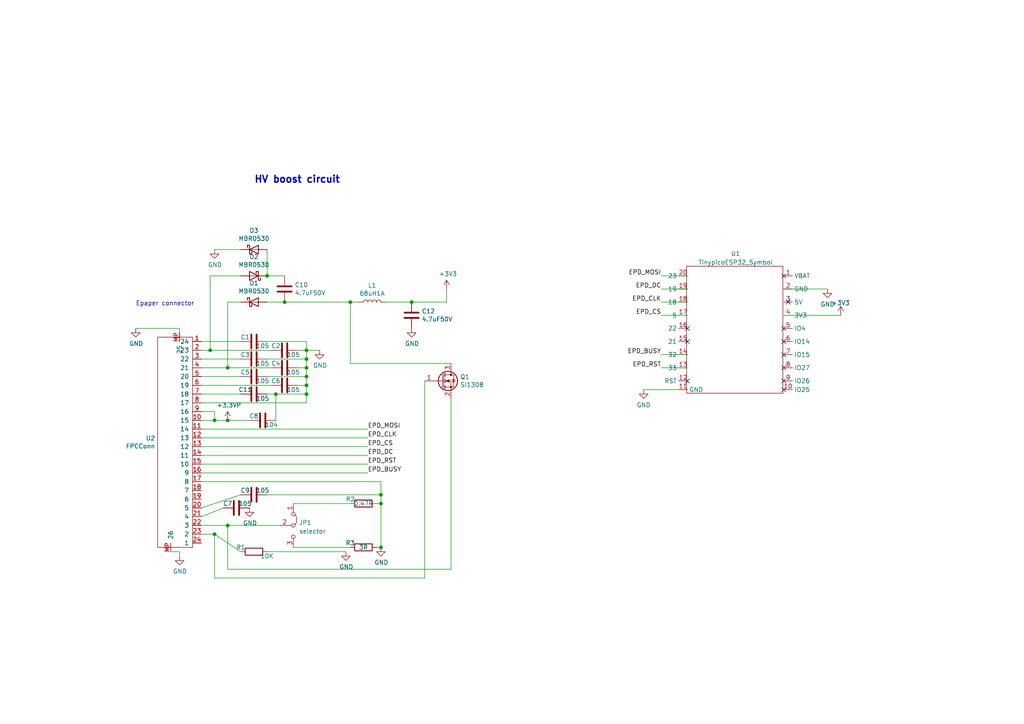
<source format=kicad_sch>
(kicad_sch (version 20211123) (generator eeschema)
  (paper "A4")
  (lib_symbols
    (symbol "Device:C" (pin_numbers hide) (pin_names (offset 0.254))
      (property "Reference" "C" (at 0.635 2.54 0))
      (property "Value" "C" (at 0.635 -2.54 0))
      (symbol "C_0_1"
        (polyline (pts (xy -2.032 -0.762) (xy 2.032 -0.762)) (stroke (width 0.508)))
        (polyline (pts (xy -2.032 0.762) (xy 2.032 0.762)) (stroke (width 0.508)))
      )
      (symbol "C_1_1"
        (pin passive line (at 0 3.81 270) (length 2.794) (name "~") (number "1"))
        (pin passive line (at 0 -3.81 90) (length 2.794) (name "~") (number "2"))
      )
    )
    (symbol "Device:L" (pin_numbers hide) (pin_names (offset 1.016) hide)
      (property "Reference" "L" (at -1.27 0 90))
      (property "Value" "L" (at 1.905 0 90))
      (symbol "L_0_1"
        (arc (start 0 -2.54) (mid 0.635 -1.905) (end 0 -1.27))
        (arc (start 0 -1.27) (mid 0.635 -0.635) (end 0 0))
        (arc (start 0 0) (mid 0.635 0.635) (end 0 1.27))
        (arc (start 0 1.27) (mid 0.635 1.905) (end 0 2.54))
      )
      (symbol "L_1_1"
        (pin passive line (at 0 3.81 270) (length 1.27) (name "1") (number "1"))
        (pin passive line (at 0 -3.81 90) (length 1.27) (name "2") (number "2"))
      )
    )
    (symbol "Device:R" (pin_numbers hide) (pin_names (offset 0))
      (property "Reference" "R" (at 2.032 0 90))
      (property "Value" "R" (at 0 0 90))
      (symbol "R_0_1"
        (rectangle (start -1.016 -2.54) (end 1.016 2.54) (stroke (width 0.254)))
      )
      (symbol "R_1_1"
        (pin passive line (at 0 3.81 270) (length 1.27) (name "~") (number "1"))
        (pin passive line (at 0 -3.81 90) (length 1.27) (name "~") (number "2"))
      )
    )
    (symbol "Diode:MBR0530" (pin_numbers hide) (pin_names (offset 1.016) hide)
      (property "Reference" "D" (at 0 2.54 0))
      (property "Value" "MBR0530" (at 0 -2.54 0))
      (symbol "MBR0530_0_1"
        (polyline (pts (xy 1.27 0) (xy -1.27 0)))
        (polyline (pts (xy 1.27 1.27) (xy 1.27 -1.27) (xy -1.27 0) (xy 1.27 1.27)) (stroke (width 0.254)))
        (polyline (pts (xy -1.905 0.635) (xy -1.905 1.27) (xy -1.27 1.27) (xy -1.27 -1.27) (xy -0.635 -1.27) (xy -0.635 -0.635)) (stroke (width 0.254)))
      )
      (symbol "MBR0530_1_1"
        (pin passive line (at -3.81 0 0) (length 2.54) (name "K") (number "1"))
        (pin passive line (at 3.81 0 180) (length 2.54) (name "A") (number "2"))
      )
    )
    (symbol "Jumper:Jumper_3_Bridged12" (pin_names (offset 0) hide)
      (property "Reference" "JP" (at -2.54 -2.54 0))
      (property "Value" "Jumper_3_Bridged12" (at 0 2.794 0))
      (symbol "Jumper_3_Bridged12_0_0"
        (circle (center -3.302 0) (radius 0.508))
        (circle (center 0 0) (radius 0.508))
        (circle (center 3.302 0) (radius 0.508))
      )
      (symbol "Jumper_3_Bridged12_0_1"
        (arc (start -0.254 0.508) (mid -1.651 0.9912) (end -3.048 0.508))
        (polyline (pts (xy 0 -1.27) (xy 0 -0.508)))
      )
      (symbol "Jumper_3_Bridged12_1_1"
        (pin passive line (at -6.35 0 0) (length 2.54) (name "A") (number "1"))
        (pin passive line (at 0 -3.81 90) (length 2.54) (name "C") (number "2"))
        (pin passive line (at 6.35 0 180) (length 2.54) (name "B") (number "3"))
      )
    )
    (symbol "M5StampC3-rescue:FPCConn-Connector2" (pin_names (offset 1.016))
      (property "Reference" "U" (at 0 0 0))
      (property "Value" "FPCConn-Connector2" (at 0 0 0))
      (symbol "FPCConn-Connector2_0_1"
        (rectangle (start -2.54 -5.08) (end -12.7 55.88))
      )
      (symbol "FPCConn-Connector2_1_1"
        (pin input line (at 0 54.61 180) (length 2.54) (name "24") (number "1"))
        (pin input line (at 0 31.75 180) (length 2.54) (name "15") (number "10"))
        (pin input line (at 0 29.21 180) (length 2.54) (name "14") (number "11"))
        (pin input line (at 0 26.67 180) (length 2.54) (name "13") (number "12"))
        (pin input line (at 0 24.13 180) (length 2.54) (name "12") (number "13"))
        (pin input line (at 0 21.59 180) (length 2.54) (name "11") (number "14"))
        (pin input line (at 0 19.05 180) (length 2.54) (name "10") (number "15"))
        (pin input line (at 0 16.51 180) (length 2.54) (name "9") (number "16"))
        (pin input line (at 0 13.97 180) (length 2.54) (name "8") (number "17"))
        (pin input line (at 0 11.43 180) (length 2.54) (name "7") (number "18"))
        (pin input line (at 0 8.89 180) (length 2.54) (name "6") (number "19"))
        (pin input line (at 0 52.07 180) (length 2.54) (name "23") (number "2"))
        (pin input line (at 0 6.35 180) (length 2.54) (name "5") (number "20"))
        (pin input line (at 0 3.81 180) (length 2.54) (name "4") (number "21"))
        (pin input line (at 0 1.27 180) (length 2.54) (name "3") (number "22"))
        (pin input line (at 0 -1.27 180) (length 2.54) (name "2") (number "23"))
        (pin input line (at 0 -3.81 180) (length 2.54) (name "1") (number "24"))
        (pin input line (at 0 49.53 180) (length 2.54) (name "22") (number "3"))
        (pin input line (at 0 46.99 180) (length 2.54) (name "21") (number "4"))
        (pin input line (at 0 44.45 180) (length 2.54) (name "20") (number "5"))
        (pin input line (at 0 41.91 180) (length 2.54) (name "19") (number "6"))
        (pin input line (at 0 39.37 180) (length 2.54) (name "18") (number "7"))
        (pin input line (at 0 36.83 180) (length 2.54) (name "17") (number "8"))
        (pin input line (at 0 34.29 180) (length 2.54) (name "16") (number "9"))
        (pin bidirectional line (at -6.35 57.15 270) (length 2.54) (name "25") (number "MP"))
        (pin bidirectional line (at -8.89 -6.35 90) (length 2.54) (name "26") (number "MP"))
      )
    )
    (symbol "Tinypico:TinypicoESP32_Symbol"
      (property "Reference" "U" (at -0.508 -20.32 0))
      (property "Value" "TinypicoESP32_Symbol" (at -0.508 21.844 0))
      (symbol "TinypicoESP32_Symbol_0_1"
        (rectangle (start 13.716 -17.526) (end -14.224 19.304) (stroke (width 0.1524)))
      )
      (symbol "TinypicoESP32_Symbol_1_1"
        (pin power_in line (at 13.97 16.51 0) (length 2.54) (name "VBAT") (number "1"))
        (pin bidirectional line (at 13.97 -16.51 0) (length 2.54) (name "IO25") (number "10"))
        (pin power_in line (at -16.51 -16.51 0) (length 2.54) (name "GND") (number "11"))
        (pin bidirectional line (at -13.97 -13.97 180) (length 2.54) (name "RST") (number "12"))
        (pin bidirectional line (at -13.97 -10.16 180) (length 2.54) (name "33") (number "13"))
        (pin bidirectional line (at -13.97 -6.35 180) (length 2.54) (name "32") (number "14"))
        (pin bidirectional line (at -13.97 -2.54 180) (length 2.54) (name "21") (number "15"))
        (pin bidirectional line (at -13.97 1.27 180) (length 2.54) (name "22") (number "16"))
        (pin bidirectional line (at -13.97 5.08 180) (length 2.54) (name "5") (number "17"))
        (pin bidirectional line (at -13.97 8.89 180) (length 2.54) (name "18") (number "18"))
        (pin bidirectional line (at -13.97 12.7 180) (length 2.54) (name "19") (number "19"))
        (pin power_in line (at 13.97 12.7 0) (length 2.54) (name "GND") (number "2"))
        (pin bidirectional line (at -13.97 16.51 180) (length 2.54) (name "23") (number "20"))
        (pin power_in line (at 13.97 8.89 0) (length 2.54) (name "5V") (number "3"))
        (pin power_in line (at 13.97 5.08 0) (length 2.54) (name "3V3") (number "4"))
        (pin bidirectional line (at 13.97 1.27 0) (length 2.54) (name "IO4") (number "5"))
        (pin bidirectional line (at 13.97 -2.54 0) (length 2.54) (name "IO14") (number "6"))
        (pin bidirectional line (at 13.97 -6.35 0) (length 2.54) (name "IO15") (number "7"))
        (pin bidirectional line (at 13.97 -10.16 0) (length 2.54) (name "IO27") (number "8"))
        (pin bidirectional line (at 13.97 -13.97 0) (length 2.54) (name "IO26") (number "9"))
      )
    )
    (symbol "Transistor_FET:2N7002" (pin_names hide)
      (property "Reference" "Q" (at 5.08 1.905 0))
      (property "Value" "2N7002" (at 5.08 0 0))
      (symbol "2N7002_0_1"
        (polyline (pts (xy 0.254 0) (xy -2.54 0)))
        (polyline (pts (xy 0.254 1.905) (xy 0.254 -1.905)) (stroke (width 0.254)))
        (polyline (pts (xy 0.762 -1.27) (xy 0.762 -2.286)) (stroke (width 0.254)))
        (polyline (pts (xy 0.762 0.508) (xy 0.762 -0.508)) (stroke (width 0.254)))
        (polyline (pts (xy 0.762 2.286) (xy 0.762 1.27)) (stroke (width 0.254)))
        (polyline (pts (xy 2.54 2.54) (xy 2.54 1.778)))
        (polyline (pts (xy 2.54 -2.54) (xy 2.54 0) (xy 0.762 0)))
        (polyline (pts (xy 0.762 -1.778) (xy 3.302 -1.778) (xy 3.302 1.778) (xy 0.762 1.778)))
        (polyline (pts (xy 1.016 0) (xy 2.032 0.381) (xy 2.032 -0.381) (xy 1.016 0)) (fill (type outline)))
        (polyline (pts (xy 2.794 0.508) (xy 2.921 0.381) (xy 3.683 0.381) (xy 3.81 0.254)))
        (polyline (pts (xy 3.302 0.381) (xy 2.921 -0.254) (xy 3.683 -0.254) (xy 3.302 0.381)))
        (circle (center 1.651 0) (radius 2.794) (stroke (width 0.254)))
        (circle (center 2.54 -1.778) (radius 0.254) (fill (type outline)))
        (circle (center 2.54 1.778) (radius 0.254) (fill (type outline)))
      )
      (symbol "2N7002_1_1"
        (pin input line (at -5.08 0 0) (length 2.54) (name "G") (number "1"))
        (pin passive line (at 2.54 -5.08 90) (length 2.54) (name "S") (number "2"))
        (pin passive line (at 2.54 5.08 270) (length 2.54) (name "D") (number "3"))
      )
    )
    (symbol "power:+3.3VP" (power) (pin_names (offset 0))
      (property "Value" "+3.3VP" (at 0 2.54 0))
      (symbol "+3.3VP_0_0"
        (pin power_in line (at 0 0 90) (length 0) hide (name "+3.3VP") (number "1"))
      )
      (symbol "+3.3VP_0_1"
        (polyline (pts (xy -0.762 1.27) (xy 0 2.54)))
        (polyline (pts (xy 0 0) (xy 0 2.54)))
        (polyline (pts (xy 0 2.54) (xy 0.762 1.27)))
      )
    )
    (symbol "power:+3V3" (power) (pin_names (offset 0))
      (property "Value" "+3V3" (at 0 3.556 0))
      (symbol "+3V3_0_1"
        (polyline (pts (xy -0.762 1.27) (xy 0 2.54)))
        (polyline (pts (xy 0 0) (xy 0 2.54)))
        (polyline (pts (xy 0 2.54) (xy 0.762 1.27)))
      )
      (symbol "+3V3_1_1"
        (pin power_in line (at 0 0 90) (length 0) hide (name "+3V3") (number "1"))
      )
    )
    (symbol "power:GND" (power) (pin_names (offset 0))
      (property "Value" "GND" (at 0 -3.81 0))
      (symbol "GND_0_1"
        (polyline (pts (xy 0 0) (xy 0 -1.27) (xy 1.27 -1.27) (xy 0 -2.54) (xy -1.27 -1.27) (xy 0 -1.27)))
      )
      (symbol "GND_1_1"
        (pin power_in line (at 0 0 270) (length 0) hide (name "GND") (number "1"))
      )
    )
  )
  (junction (at 119.38 87.63))
  (junction (at 101.6 87.63))
  (junction (at 60.96 101.6))
  (junction (at 77.47 80.01))
  (junction (at 62.23 154.94))
  (junction (at 66.04 152.4))
  (junction (at 88.9 106.68))
  (junction (at 88.9 111.76))
  (junction (at 110.49 158.75))
  (junction (at 62.23 121.92))
  (junction (at 66.04 106.68))
  (junction (at 110.49 146.05))
  (junction (at 88.9 114.3))
  (junction (at 66.04 121.92))
  (junction (at 88.9 104.14))
  (junction (at 110.49 143.51))
  (junction (at 88.9 101.6))
  (junction (at 88.9 109.22))
  (junction (at 80.01 114.3))
  (junction (at 82.55 87.63))
  (no_connect (at 227.33 95.25))
  (no_connect (at 199.39 95.25))
  (no_connect (at 227.33 110.49))
  (no_connect (at 199.39 99.06))
  (no_connect (at 227.33 80.01))
  (no_connect (at 227.33 102.87))
  (no_connect (at 227.33 99.06))
  (no_connect (at 227.33 113.03))
  (no_connect (at 227.33 106.68))
  (no_connect (at 199.39 110.49))
  (no_connect (at 228.6 87.63))
  (wire (pts (xy 58.42 152.4) (xy 66.04 152.4)))
  (wire (pts (xy 58.42 106.68) (xy 66.04 106.68)))
  (wire (pts (xy 60.96 80.01) (xy 69.85 80.01)))
  (wire (pts (xy 58.42 127) (xy 106.68 127)))
  (wire (pts (xy 191.77 87.63) (xy 199.39 87.63)))
  (wire (pts (xy 88.9 109.22) (xy 88.9 106.68)))
  (wire (pts (xy 52.07 160.02) (xy 52.07 161.29)))
  (wire (pts (xy 78.74 111.76) (xy 58.42 111.76)))
  (wire (pts (xy 82.55 80.01) (xy 77.47 80.01)))
  (wire (pts (xy 58.42 119.38) (xy 62.23 119.38)))
  (wire (pts (xy 58.42 101.6) (xy 60.96 101.6)))
  (wire (pts (xy 77.47 160.02) (xy 100.33 160.02)))
  (wire (pts (xy 77.47 72.39) (xy 77.47 80.01)))
  (wire (pts (xy 77.47 87.63) (xy 82.55 87.63)))
  (wire (pts (xy 110.49 143.51) (xy 110.49 146.05)))
  (wire (pts (xy 62.23 119.38) (xy 62.23 121.92)))
  (wire (pts (xy 58.42 132.08) (xy 106.68 132.08)))
  (wire (pts (xy 58.42 116.84) (xy 88.9 116.84)))
  (wire (pts (xy 66.04 165.1) (xy 130.81 165.1)))
  (wire (pts (xy 101.6 146.05) (xy 85.09 146.05)))
  (wire (pts (xy 69.85 72.39) (xy 62.23 72.39)))
  (wire (pts (xy 62.23 167.64) (xy 62.23 154.94)))
  (wire (pts (xy 186.69 113.03) (xy 196.85 113.03)))
  (wire (pts (xy 58.42 121.92) (xy 62.23 121.92)))
  (wire (pts (xy 58.42 139.7) (xy 110.49 139.7)))
  (wire (pts (xy 191.77 106.68) (xy 199.39 106.68)))
  (wire (pts (xy 88.9 101.6) (xy 88.9 99.06)))
  (wire (pts (xy 191.77 102.87) (xy 199.39 102.87)))
  (wire (pts (xy 62.23 121.92) (xy 66.04 121.92)))
  (wire (pts (xy 66.04 152.4) (xy 81.28 152.4)))
  (wire (pts (xy 66.04 87.63) (xy 66.04 106.68)))
  (wire (pts (xy 69.85 143.51) (xy 58.42 147.32)))
  (wire (pts (xy 58.42 114.3) (xy 69.85 114.3)))
  (wire (pts (xy 62.23 167.64) (xy 123.19 167.64)))
  (wire (pts (xy 123.19 110.49) (xy 123.19 167.64)))
  (wire (pts (xy 88.9 106.68) (xy 88.9 104.14)))
  (wire (pts (xy 58.42 104.14) (xy 69.85 104.14)))
  (wire (pts (xy 119.38 87.63) (xy 129.54 87.63)))
  (wire (pts (xy 101.6 105.41) (xy 101.6 87.63)))
  (wire (pts (xy 58.42 137.16) (xy 106.68 137.16)))
  (wire (pts (xy 58.42 149.86) (xy 64.77 147.32)))
  (wire (pts (xy 69.85 109.22) (xy 58.42 109.22)))
  (wire (pts (xy 88.9 104.14) (xy 88.9 101.6)))
  (wire (pts (xy 80.01 114.3) (xy 88.9 114.3)))
  (wire (pts (xy 88.9 99.06) (xy 77.47 99.06)))
  (wire (pts (xy 101.6 105.41) (xy 130.81 105.41)))
  (wire (pts (xy 52.07 96.52) (xy 52.07 95.25)))
  (wire (pts (xy 101.6 158.75) (xy 85.09 158.75)))
  (wire (pts (xy 88.9 101.6) (xy 92.71 101.6)))
  (wire (pts (xy 58.42 129.54) (xy 106.68 129.54)))
  (wire (pts (xy 101.6 87.63) (xy 104.14 87.63)))
  (wire (pts (xy 240.03 83.82) (xy 227.33 83.82)))
  (wire (pts (xy 80.01 114.3) (xy 80.01 121.92)))
  (wire (pts (xy 66.04 106.68) (xy 78.74 106.68)))
  (wire (pts (xy 86.36 101.6) (xy 88.9 101.6)))
  (wire (pts (xy 191.77 80.01) (xy 199.39 80.01)))
  (wire (pts (xy 58.42 134.62) (xy 106.68 134.62)))
  (wire (pts (xy 109.22 146.05) (xy 110.49 146.05)))
  (wire (pts (xy 69.85 99.06) (xy 58.42 99.06)))
  (wire (pts (xy 66.04 152.4) (xy 66.04 165.1)))
  (wire (pts (xy 77.47 109.22) (xy 88.9 109.22)))
  (wire (pts (xy 69.85 160.02) (xy 62.23 154.94)))
  (wire (pts (xy 58.42 124.46) (xy 106.68 124.46)))
  (wire (pts (xy 39.37 95.25) (xy 52.07 95.25)))
  (wire (pts (xy 110.49 158.75) (xy 109.22 158.75)))
  (wire (pts (xy 62.23 154.94) (xy 58.42 154.94)))
  (wire (pts (xy 82.55 87.63) (xy 101.6 87.63)))
  (wire (pts (xy 191.77 83.82) (xy 199.39 83.82)))
  (wire (pts (xy 110.49 146.05) (xy 110.49 158.75)))
  (wire (pts (xy 110.49 139.7) (xy 110.49 143.51)))
  (wire (pts (xy 88.9 114.3) (xy 88.9 111.76)))
  (wire (pts (xy 49.53 160.02) (xy 52.07 160.02)))
  (wire (pts (xy 129.54 87.63) (xy 129.54 83.82)))
  (wire (pts (xy 77.47 143.51) (xy 110.49 143.51)))
  (wire (pts (xy 130.81 165.1) (xy 130.81 115.57)))
  (wire (pts (xy 77.47 104.14) (xy 88.9 104.14)))
  (wire (pts (xy 77.47 114.3) (xy 80.01 114.3)))
  (wire (pts (xy 72.39 121.92) (xy 66.04 121.92)))
  (wire (pts (xy 191.77 91.44) (xy 199.39 91.44)))
  (wire (pts (xy 88.9 111.76) (xy 88.9 109.22)))
  (wire (pts (xy 86.36 111.76) (xy 88.9 111.76)))
  (wire (pts (xy 60.96 101.6) (xy 60.96 80.01)))
  (wire (pts (xy 111.76 87.63) (xy 119.38 87.63)))
  (wire (pts (xy 86.36 106.68) (xy 88.9 106.68)))
  (wire (pts (xy 88.9 116.84) (xy 88.9 114.3)))
  (wire (pts (xy 60.96 101.6) (xy 78.74 101.6)))
  (wire (pts (xy 69.85 87.63) (xy 66.04 87.63)))
  (wire (pts (xy 243.84 91.44) (xy 227.33 91.44)))
  (text "Epaper connector" (at 39.37 88.9 0) (effects (font (size 1.27 1.27)) (justify left bottom)))
  (text "HV boost circuit" (at 73.66 53.34 0) (effects (font (size 2 2) (thickness 0.4) bold) (justify left bottom)))
  (label "EPD_RST" (at 106.68 134.62 0))
  (label "EPD_DC" (at 106.68 132.08 0))
  (label "EPD_RST" (at 191.77 106.68 180))
  (label "EPD_MOSI" (at 106.68 124.46 0))
  (label "EPD_BUSY" (at 106.68 137.16 0))
  (label "EPD_CLK" (at 106.68 127 0))
  (label "EPD_CS" (at 106.68 129.54 0))
  (label "EPD_MOSI" (at 191.77 80.01 180))
  (label "EPD_CS" (at 191.77 91.44 180))
  (label "EPD_CLK" (at 191.77 87.63 180))
  (label "EPD_DC" (at 191.77 83.82 180))
  (label "EPD_BUSY" (at 191.77 102.87 180))
  (symbol (lib_id "Diode:MBR0530") (at 73.66 72.39 0) (unit 1)
    (property "Reference" "D3" (at 73.66 66.8782 0))
    (property "Value" "MBR0530" (at 73.66 69.1896 0))
    (property "Footprint" "Diode_SMD:D_SOD-123" (effects hide))
    (property "Datasheet" "http://www.mccsemi.com/up_pdf/MBR0520~MBR0580(SOD123).pdf" (effects hide))
  )
  (symbol (lib_id "Diode:MBR0530") (at 73.66 80.01 180) (unit 1)
    (property "Reference" "D2" (at 73.66 74.4982 0))
    (property "Value" "MBR0530" (at 73.66 76.8096 0))
    (property "Footprint" "Diode_SMD:D_SOD-123" (effects hide))
    (property "Datasheet" "http://www.mccsemi.com/up_pdf/MBR0520~MBR0580(SOD123).pdf" (effects hide))
  )
  (symbol (lib_id "Diode:MBR0530") (at 73.66 87.63 0) (unit 1)
    (property "Reference" "D1" (at 73.66 82.1182 0))
    (property "Value" "MBR0530" (at 73.66 84.4296 0))
    (property "Footprint" "Diode_SMD:D_SOD-123" (effects hide))
    (property "Datasheet" "http://www.mccsemi.com/up_pdf/MBR0520~MBR0580(SOD123).pdf" (effects hide))
  )
  (symbol (lib_id "Transistor_FET:2N7002") (at 128.27 110.49 0) (unit 1)
    (property "Reference" "Q1" (at 133.4516 109.3216 0) (effects (justify left)))
    (property "Value" "Si1308" (at 133.4516 111.633 0) (effects (justify left)))
    (property "Footprint" "Package_TO_SOT_SMD:SOT-323_SC-70" (effects hide))
    (property "Datasheet" "https://www.onsemi.com/pub/Collateral/NDS7002A-D.PDF" (effects hide))
  )
  (symbol (lib_id "Device:C") (at 73.66 99.06 270) (unit 1)
    (property "Reference" "C1" (at 71.12 97.79 90))
    (property "Value" "105" (at 76.2 100.33 90))
    (property "Footprint" "Capacitor_SMD:C_0805_2012Metric_Pad1.18x1.45mm_HandSolder" (effects hide))
  )
  (symbol (lib_id "Device:C") (at 82.55 101.6 270) (unit 1)
    (property "Reference" "C2" (at 80.01 100.33 90))
    (property "Value" "105" (at 85.09 102.87 90))
    (property "Footprint" "Capacitor_SMD:C_0805_2012Metric_Pad1.18x1.45mm_HandSolder" (effects hide))
  )
  (symbol (lib_id "Device:C") (at 73.66 104.14 270) (unit 1)
    (property "Reference" "C3" (at 71.12 102.87 90))
    (property "Value" "105" (at 76.2 105.41 90))
    (property "Footprint" "Capacitor_SMD:C_0805_2012Metric_Pad1.18x1.45mm_HandSolder" (effects hide))
  )
  (symbol (lib_id "Device:C") (at 82.55 106.68 270) (unit 1)
    (property "Reference" "C4" (at 80.01 105.41 90))
    (property "Value" "105" (at 85.09 107.95 90))
    (property "Footprint" "Capacitor_SMD:C_0805_2012Metric_Pad1.18x1.45mm_HandSolder" (effects hide))
  )
  (symbol (lib_id "Device:C") (at 73.66 109.22 270) (unit 1)
    (property "Reference" "C5" (at 71.12 107.95 90))
    (property "Value" "105" (at 76.2 110.49 90))
    (property "Footprint" "Capacitor_SMD:C_0805_2012Metric_Pad1.18x1.45mm_HandSolder" (effects hide))
  )
  (symbol (lib_id "Device:C") (at 82.55 111.76 270) (unit 1)
    (property "Reference" "C6" (at 80.01 110.49 90))
    (property "Value" "105" (at 85.09 113.03 90))
    (property "Footprint" "Capacitor_SMD:C_0805_2012Metric_Pad1.18x1.45mm_HandSolder" (effects hide))
  )
  (symbol (lib_id "Device:C") (at 73.66 114.3 270) (unit 1)
    (property "Reference" "C11" (at 71.12 113.03 90))
    (property "Value" "105" (at 76.2 115.57 90))
    (property "Footprint" "Capacitor_SMD:C_0805_2012Metric_Pad1.18x1.45mm_HandSolder" (effects hide))
  )
  (symbol (lib_id "Device:C") (at 76.2 121.92 270) (unit 1)
    (property "Reference" "C8" (at 73.66 120.65 90))
    (property "Value" "104" (at 78.74 123.19 90))
    (property "Footprint" "Capacitor_SMD:C_0805_2012Metric_Pad1.18x1.45mm_HandSolder" (effects hide))
  )
  (symbol (lib_id "Device:C") (at 73.66 143.51 270) (unit 1)
    (property "Reference" "C9" (at 71.12 142.24 90))
    (property "Value" "105" (at 76.2 142.24 90))
    (property "Footprint" "Capacitor_SMD:C_0805_2012Metric_Pad1.18x1.45mm_HandSolder" (effects hide))
  )
  (symbol (lib_id "Device:C") (at 68.58 147.32 270) (unit 1)
    (property "Reference" "C7" (at 66.04 146.05 90))
    (property "Value" "105" (at 71.12 146.05 90))
    (property "Footprint" "Capacitor_SMD:C_0805_2012Metric_Pad1.18x1.45mm_HandSolder" (effects hide))
  )
  (symbol (lib_id "Device:R") (at 73.66 160.02 90) (unit 1)
    (property "Reference" "R1" (at 69.85 158.75 90))
    (property "Value" "10K" (at 77.47 161.29 90))
    (property "Footprint" "Resistor_SMD:R_0805_2012Metric_Pad1.20x1.40mm_HandSolder" (effects hide))
  )
  (symbol (lib_id "Device:L") (at 107.95 87.63 90) (unit 1)
    (property "Reference" "L1" (at 107.95 82.804 90))
    (property "Value" "68uH1A" (at 107.95 85.1154 90))
    (property "Footprint" "Inductor_SMD:L_1210_3225Metric" (effects hide))
    (property "Datasheet" "C155141" (effects hide))
  )
  (symbol (lib_id "Device:C") (at 82.55 83.82 180) (unit 1)
    (property "Reference" "C10" (at 85.471 82.6516 0) (effects (justify right)))
    (property "Value" "4.7uF50V" (at 85.471 84.963 0) (effects (justify right)))
    (property "Footprint" "Capacitor_SMD:C_0805_2012Metric_Pad1.18x1.45mm_HandSolder" (effects hide))
  )
  (symbol (lib_id "Device:C") (at 119.38 91.44 180) (unit 1)
    (property "Reference" "C12" (at 122.301 90.2716 0) (effects (justify right)))
    (property "Value" "4.7uF50V" (at 122.301 92.583 0) (effects (justify right)))
    (property "Footprint" "Capacitor_SMD:C_0805_2012Metric_Pad1.18x1.45mm_HandSolder" (effects hide))
  )
  (symbol (lib_id "power:GND") (at 119.38 95.25 0) (unit 1)
    (property "Reference" "#PWR0109" (effects hide))
    (property "Value" "GND" (at 119.507 99.6442 0))
  )
  (symbol (lib_id "power:GND") (at 92.71 101.6 0) (unit 1)
    (property "Reference" "#PWR0110" (effects hide))
    (property "Value" "GND" (at 92.837 105.9942 0))
  )
  (symbol (lib_id "power:GND") (at 62.23 72.39 0) (unit 1)
    (property "Reference" "#PWR0111" (effects hide))
    (property "Value" "GND" (at 62.357 76.7842 0))
  )
  (symbol (lib_id "power:GND") (at 100.33 160.02 0) (unit 1)
    (property "Reference" "#PWR0112" (effects hide))
    (property "Value" "GND" (at 100.457 164.4142 0))
  )
  (symbol (lib_id "power:+3.3VP") (at 66.04 121.92 0) (unit 1)
    (property "Reference" "#PWR0113" (effects hide))
    (property "Value" "+3.3VP" (at 66.421 117.5258 0))
  )
  (symbol (lib_id "power:GND") (at 52.07 161.29 0) (unit 1)
    (property "Reference" "#PWR0115" (effects hide))
    (property "Value" "GND" (at 52.197 165.6842 0))
  )
  (symbol (lib_id "power:GND") (at 39.37 95.25 0) (unit 1)
    (property "Reference" "#PWR0116" (effects hide))
    (property "Value" "GND" (at 39.497 99.6442 0))
  )
  (symbol (lib_id "M5StampC3-rescue:FPCConn-Connector2") (at 58.42 153.67 0) (unit 1)
    (property "Reference" "U2" (at 45.0342 127.1016 0) (effects (justify right)))
    (property "Value" "FPCConn" (at 45.0342 129.413 0) (effects (justify right)))
    (property "Footprint" "Connector_FFC-FPC:TE_2-1734839-4_1x24-1MP_P0.5mm_Horizontal" (effects hide))
  )
  (symbol (lib_id "power:+3V3") (at 129.54 83.82 0) (unit 1)
    (property "Reference" "#PWR0119" (effects hide))
    (property "Value" "+3V3" (at 129.921 79.4258 0))
  )
  (symbol (lib_id "power:GND") (at 72.39 147.32 0) (unit 1)
    (property "Reference" "#PWR01" (effects hide))
    (property "Value" "GND" (at 72.517 151.7142 0))
  )
  (symbol (lib_id "Jumper:Jumper_3_Bridged12") (at 85.09 152.4 270) (unit 1)
    (property "Reference" "JP1" (at 86.7162 151.5653 90) (effects (justify left)))
    (property "Value" "selector" (at 86.7162 154.1022 90) (effects (justify left)))
  )
  (symbol (lib_id "power:+3V3") (at 243.84 91.44 0) (unit 1)
    (property "Reference" "#PWR0103" (effects hide))
    (property "Value" "+3V3" (at 243.84 87.8642 0))
  )
  (symbol (lib_id "power:GND") (at 110.49 158.75 0) (unit 1)
    (property "Reference" "#PWR02" (effects hide))
    (property "Value" "GND" (at 110.617 163.1442 0))
  )
  (symbol (lib_id "Tinypico:TinypicoESP32_Symbol") (at 213.36 96.52 0) (unit 1)
    (property "Reference" "U1" (at 213.36 73.567 0))
    (property "Value" "TinypicoESP32_Symbol" (at 213.36 76.1039 0))
    (property "Footprint" "Tinypico:TinyESP32" (effects hide))
  )
  (symbol (lib_id "Device:R") (at 105.41 146.05 90) (unit 1)
    (property "Reference" "R2" (at 101.6 144.78 90))
    (property "Value" "0.47R" (at 105.41 146.05 90))
    (property "Footprint" "Resistor_SMD:R_0805_2012Metric_Pad1.20x1.40mm_HandSolder" (effects hide))
  )
  (symbol (lib_id "power:GND") (at 186.69 113.03 0) (unit 1)
    (property "Reference" "#PWR0101" (effects hide))
    (property "Value" "GND" (at 186.69 117.4734 0))
  )
  (symbol (lib_id "Device:R") (at 105.41 158.75 90) (unit 1)
    (property "Reference" "R3" (at 101.6 157.48 90))
    (property "Value" "3R" (at 105.41 158.75 90))
  )
  (symbol (lib_id "power:GND") (at 240.03 83.82 0) (unit 1)
    (property "Reference" "#PWR0102" (effects hide))
    (property "Value" "~" (at 240.03 88.2634 0))
  )
)
</source>
